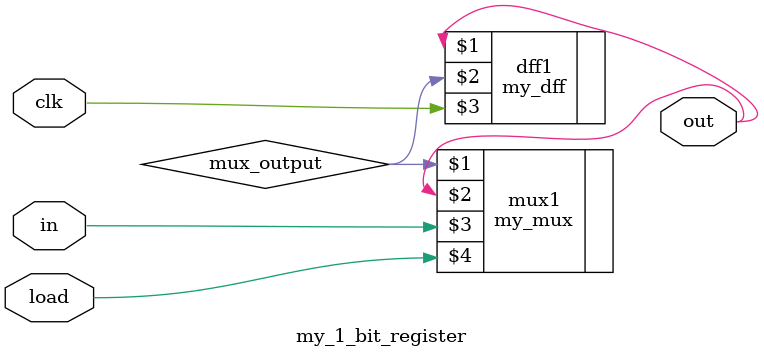
<source format=sv>
`ifndef my_dff
  `include "my_dff.sv"
`endif
`ifndef my_mux
  `include "my_mux.sv"
`endif

`define my_1_bit_register

module my_1_bit_register(out, in, clk, load);
  input in, clk, load;
  output out;
  wire mux_output;
  my_mux mux1(mux_output, out, in, load);
  my_dff dff1(out, mux_output, clk);
endmodule

</source>
